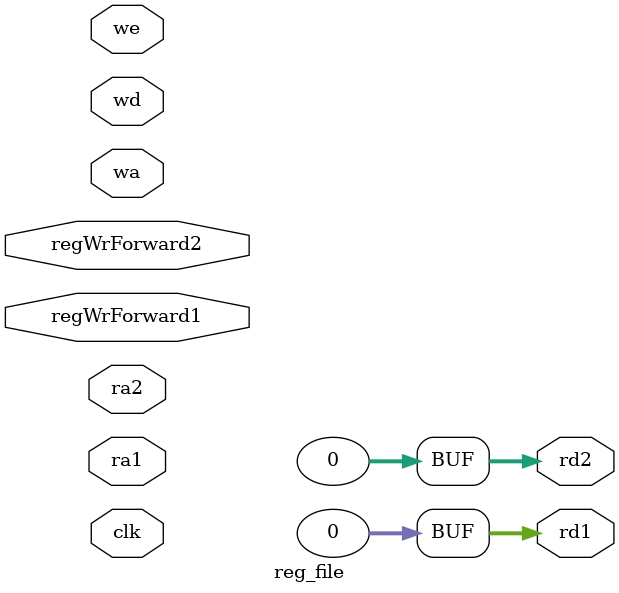
<source format=v>

module reg_file (
    input clk,
    input we,
    input regWrForward1,
    input regWrForward2,
    input [4:0] ra1, ra2, wa,
    input [31:0] wd,
    output [31:0] rd1, rd2
);
    assign rd1 = 32'd0;
    assign rd2 = 32'd0;
endmodule

</source>
